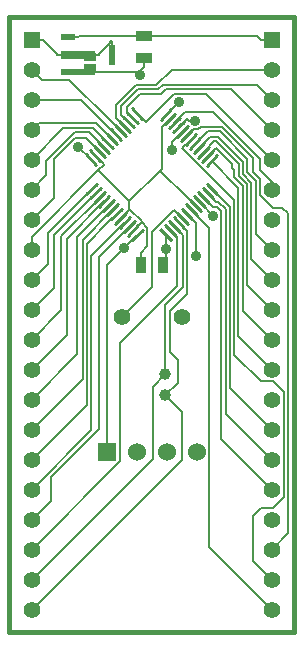
<source format=gtl>
%FSLAX23Y23*%
%MOIN*%
%SFA1B1*%

%IPPOS*%
%ADD11C,0.015000*%
%ADD12R,0.055000X0.055000*%
%ADD13C,0.055000*%
%ADD14R,0.060000X0.060000*%
%ADD15C,0.060000*%
%ADD16C,0.056000*%
%ADD17C,0.039400*%
%ADD18R,0.035000X0.055000*%
%ADD19R,0.055000X0.035000*%
%ADD20C,0.035000*%
%ADD21C,0.008000*%
%ADD32C,0.009800*%
%ADD33R,0.047200X0.020000*%
%ADD34R,0.118100X0.020000*%
%ADD35R,0.118100X0.027600*%
%ADD36R,0.023600X0.070900*%
%ADD37R,0.043300X0.027600*%
%LNarmplatform-1*%
%LPD*%
G54D11*
X639Y380D02*
Y2430D01*
X1589Y380D02*
X639D01*
X1589Y2430D02*
Y380D01*
X639Y2430D02*
X1589D01*
G54D12*
X1514Y2355D03*
G54D13*
X1514Y2255D03*
Y2155D03*
Y2055D03*
Y1955D03*
Y1855D03*
Y1755D03*
Y1655D03*
Y1555D03*
Y1455D03*
Y1355D03*
Y1255D03*
Y1155D03*
Y1055D03*
Y955D03*
Y855D03*
Y755D03*
Y655D03*
Y555D03*
Y455D03*
G54D12*
X714Y2355D03*
G54D13*
X714Y2255D03*
Y2155D03*
Y2055D03*
Y1955D03*
Y1855D03*
Y1755D03*
Y1655D03*
Y1555D03*
Y1455D03*
Y1355D03*
Y1255D03*
Y1155D03*
Y1055D03*
Y955D03*
Y855D03*
Y755D03*
Y655D03*
Y555D03*
Y455D03*
G54D14*
X964Y980D03*
G54D15*
X1064Y980D03*
X1164D03*
X1264D03*
G54D16*
X1014Y1430D03*
X1214D03*
G54D17*
X1158Y1241D03*
Y1170D03*
G54D19*
X1089Y2293D03*
Y2368D03*
G36*
X1179Y1680D02*
X1137Y1722D01*
X1144Y1729*
X1186Y1687*
X1179Y1680*
G37*
G54D32*
X1158Y1736D02*
X1193Y1701D01*
X1172Y1750D02*
X1207Y1715D01*
X1186Y1764D02*
X1221Y1729D01*
X1199Y1778D02*
X1235Y1742D01*
X1213Y1792D02*
X1249Y1756D01*
X1227Y1806D02*
X1263Y1770D01*
X1241Y1820D02*
X1277Y1784D01*
X1255Y1833D02*
X1290Y1798D01*
X1269Y1847D02*
X1304Y1812D01*
X1283Y1861D02*
X1318Y1826D01*
X1297Y1875D02*
X1332Y1840D01*
X1296Y1935D02*
X1331Y1970D01*
X1282Y1948D02*
X1317Y1984D01*
X1268Y1962D02*
X1303Y1998D01*
X1254Y1976D02*
X1289Y2012D01*
X1240Y1990D02*
X1275Y2026D01*
X1226Y2004D02*
X1262Y2040D01*
X1212Y2018D02*
X1248Y2053D01*
X1198Y2032D02*
X1234Y2067D01*
X1184Y2046D02*
X1220Y2081D01*
X1171Y2060D02*
X1206Y2095D01*
X1157Y2074D02*
X1192Y2109D01*
X1143Y2088D02*
X1178Y2123D01*
X1046Y2126D02*
X1082Y2090D01*
X1032Y2112D02*
X1068Y2077D01*
X1018Y2098D02*
X1054Y2063D01*
X1004Y2084D02*
X1040Y2049D01*
X991Y2070D02*
X1026Y2035D01*
X977Y2056D02*
X1012Y2021D01*
X963Y2042D02*
X998Y2007D01*
X949Y2028D02*
X984Y1993D01*
X935Y2015D02*
X970Y1979D01*
X921Y2001D02*
X956Y1965D01*
X907Y1987D02*
X942Y1951D01*
X893Y1973D02*
X929Y1937D01*
X895Y1840D02*
X930Y1875D01*
X909Y1826D02*
X944Y1861D01*
X937Y1798D02*
X972Y1833D01*
X922Y1812D02*
X958Y1847D01*
X951Y1784D02*
X986Y1820D01*
X964Y1770D02*
X1000Y1806D01*
X978Y1756D02*
X1014Y1792D01*
X992Y1742D02*
X1028Y1778D01*
X1006Y1729D02*
X1042Y1764D01*
X1020Y1715D02*
X1056Y1750D01*
X1034Y1701D02*
X1069Y1736D01*
X1048Y1687D02*
X1083Y1722D01*
G54D33*
X833Y2365D03*
G54D34*
X868Y2246D03*
G54D35*
X868Y2305D03*
G54D36*
X982Y2305D03*
G54D37*
X906Y2260D03*
Y2296D03*
G54D18*
X1076Y1605D03*
X1151D03*
G54D20*
X869Y1998D03*
X1317Y1769D03*
X1203Y2147D03*
X1022Y1662D03*
X1074Y2236D03*
X1161Y1659D03*
X1258Y2085D03*
X1182Y1989D03*
X1260Y1634D03*
G54D21*
X964Y1603D02*
X1022Y1662D01*
X1070Y2240D02*
Y2246D01*
X1074Y2236D02*
X1070Y2240D01*
X938Y2246D02*
X1070D01*
X1089Y2265D02*
Y2265D01*
X1070Y2246D02*
X1089Y2265D01*
X1161Y2105D02*
X1160D01*
X1203Y2147D02*
X1161Y2105D01*
X868Y2246D02*
X938D01*
X1089Y2293D02*
Y2265D01*
X964Y980D02*
Y1021D01*
Y1603D01*
X1273Y1813D02*
X1317Y1769D01*
X1273Y1816D02*
Y1813D01*
X911Y1956D02*
X869Y1998D01*
X911Y1955D02*
Y1956D01*
X1065Y1705D02*
X1022Y1662D01*
X1065Y1705D02*
X1065D01*
X1161Y1659D02*
Y1616D01*
X1151Y1605D01*
X1161Y1704D02*
Y1659D01*
X1304Y665D02*
X1514Y455D01*
X1304Y1729D02*
Y665D01*
X1245Y1788D02*
X1304Y1729D01*
X1318Y1798D02*
X1331D01*
X1287Y1830D02*
X1318Y1798D01*
X1331D02*
X1345Y1784D01*
Y1024D01*
X1514Y855D01*
X1301Y1844D02*
X1329Y1815D01*
X1360Y1109D02*
X1514Y955D01*
X1360Y1790D02*
Y1109D01*
X1334Y1815D02*
X1360Y1790D01*
X1329Y1815D02*
X1334D01*
X928Y2078D02*
X980Y2025D01*
X736Y2078D02*
X928D01*
X714Y2055D02*
X736Y2078D01*
X714Y1955D02*
X819Y2061D01*
X917D01*
X967Y2011D01*
X761Y1950D02*
Y1903D01*
X857Y2046D02*
X761Y1950D01*
X903Y2046D02*
X857D01*
X953Y1997D02*
X903Y2046D01*
X761Y1903D02*
X714Y1855D01*
X787Y1956D02*
X858Y2027D01*
X787Y1829D02*
Y1956D01*
X714Y1755D02*
X787Y1829D01*
X858Y2027D02*
X894D01*
X939Y1983D01*
X766Y1711D02*
Y1608D01*
X714Y1555D01*
X913Y1858D02*
X766Y1711D01*
X787Y1529D02*
X714Y1455D01*
X787Y1705D02*
Y1529D01*
X926Y1844D02*
X787Y1705D01*
X1374Y1195D02*
X1514Y1055D01*
X1374Y1798D02*
Y1195D01*
X1315Y1858D02*
X1374Y1798D01*
X1314Y1952D02*
Y1950D01*
X1402Y1862D01*
Y1367D01*
X1514Y1255D01*
X1300Y1966D02*
X1328Y1995D01*
X1417Y1452D02*
X1514Y1355D01*
X1417Y1867D02*
Y1452D01*
X1388Y1896D02*
X1417Y1867D01*
X1388Y1921D02*
Y1896D01*
X1381Y1929D02*
X1388Y1921D01*
X1381Y1942D02*
Y1929D01*
X1328Y1995D02*
X1381Y1942D01*
X1403Y1940D02*
Y1902D01*
X1327Y2016D02*
X1403Y1940D01*
X1322Y2016D02*
X1327D01*
X1286Y1980D02*
X1322Y2016D01*
X1403Y1902D02*
X1431Y1873D01*
Y1538D01*
X1514Y1455D01*
X1445Y1624D02*
X1514Y1555D01*
X1445Y1879D02*
Y1624D01*
X1417Y1908D02*
X1445Y1879D01*
X1417Y1946D02*
Y1908D01*
X1333Y2030D02*
X1417Y1946D01*
X1308Y2030D02*
X1333D01*
X1272Y1994D02*
X1308Y2030D01*
X1460Y1885D02*
Y1709D01*
X1258Y2008D02*
X1300Y2050D01*
X1340D01*
X1432Y1958D01*
Y1913D01*
X1460Y1885D01*
Y1709D02*
X1514Y1655D01*
X1008Y2052D02*
X980Y2081D01*
X839Y2222D02*
X980Y2081D01*
X747Y2222D02*
X839D01*
X714Y2255D02*
X747Y2222D01*
X878Y2155D02*
X714D01*
X994Y2039D02*
X878Y2155D01*
X1554Y832D02*
X1516Y794D01*
X1451Y618D02*
X1514Y555D01*
X1451Y768D02*
Y618D01*
X1478Y794D02*
X1451Y768D01*
X1516Y794D02*
X1478D01*
X1554Y1182D02*
Y832D01*
X1519Y1216D02*
X1554Y1182D01*
X1476Y1216D02*
X1519D01*
X1388Y1820D02*
Y1305D01*
X1215Y1993D02*
X1388Y1820D01*
X1215Y1993D02*
Y1993D01*
X1244Y2022D02*
X1215Y1993D01*
X1388Y1305D02*
X1476Y1216D01*
X1347Y2064D02*
X1450Y1961D01*
Y1915D01*
X1251Y2057D02*
X1269D01*
X1276Y2064D01*
X1474Y1891D02*
Y1837D01*
X1230Y2036D02*
X1251Y2057D01*
X1568Y710D02*
X1514Y655D01*
X1276Y2064D02*
X1347D01*
X1516Y1794D02*
X1549D01*
X1474Y1837D02*
X1516Y1794D01*
X1568Y1776D02*
Y710D01*
X1549Y1794D02*
X1568Y1776D01*
X1450Y1915D02*
X1474Y1891D01*
X1231Y2092D02*
X1238Y2085D01*
X1258D01*
X1202Y2064D02*
X1231Y2092D01*
X1514Y1882D02*
Y1855D01*
X1474Y1922D02*
X1514Y1882D01*
X1474Y1958D02*
Y1922D01*
X1319Y2113D02*
X1474Y1958D01*
X1224Y2113D02*
X1319D01*
X1188Y2078D02*
X1224Y2113D01*
X1294Y2175D02*
X1188D01*
X1064Y2108D02*
X1093Y2080D01*
X1514Y1955D02*
X1294Y2175D01*
X1188D02*
X1093Y2080D01*
X1030Y2114D02*
X1050Y2094D01*
X1030Y2132D02*
Y2114D01*
X1074Y2175D02*
X1030Y2132D01*
X1145Y2175D02*
X1074D01*
X1160Y2190D02*
X1145Y2175D01*
X1379Y2190D02*
X1160D01*
X1514Y2055D02*
X1379Y2190D01*
X1011Y2133D02*
Y2105D01*
X1068Y2190D02*
X1011Y2133D01*
X1514Y2155D02*
X1465Y2204D01*
X1150D02*
X1135Y2190D01*
X1068D01*
X1011Y2105D02*
X1036Y2080D01*
X1465Y2204D02*
X1150D01*
X1022Y2066D02*
X994Y2095D01*
Y2136D02*
Y2095D01*
X1062Y2204D02*
X994Y2136D01*
X1129Y2204D02*
X1062D01*
X1181Y2255D02*
X1129Y2204D01*
X1514Y2255D02*
X1181D01*
X1182Y2015D02*
Y1989D01*
X1216Y2050D02*
X1182Y2015D01*
X812Y1454D02*
Y1701D01*
X714Y1355D02*
X812Y1454D01*
Y1701D02*
X940Y1829D01*
X830Y1692D02*
X954Y1816D01*
X830Y1372D02*
Y1692D01*
X714Y1255D02*
X830Y1372D01*
X714Y1155D02*
X864Y1306D01*
Y1698D01*
X968Y1802D01*
X883Y1688D02*
X982Y1788D01*
X883Y1224D02*
Y1688D01*
X714Y1055D02*
X883Y1224D01*
X996Y1774D02*
X968Y1746D01*
X897Y1139D02*
X714Y955D01*
X897Y1675D02*
Y1139D01*
X968Y1746D02*
X897Y1675D01*
X995Y1718D02*
X911Y1634D01*
X1024Y1746D02*
X995Y1718D01*
X911Y1053D02*
X714Y855D01*
X911Y1634D02*
Y1053D01*
X776Y818D02*
X714Y755D01*
X776Y897D02*
Y818D01*
X937Y1059D02*
X776Y897D01*
X937Y1632D02*
Y1059D01*
X1038Y1732D02*
X937Y1632D01*
X1175Y1718D02*
X1197Y1697D01*
Y1533D01*
X1008Y1344D01*
Y950D01*
X714Y655D01*
X1116Y958D02*
X714Y555D01*
X1116Y1199D02*
Y958D01*
X1158Y1241D02*
X1116Y1199D01*
X1158Y1472D02*
Y1241D01*
X1218Y1531D02*
X1158Y1472D01*
X1218Y1704D02*
Y1531D01*
X1189Y1732D02*
X1218Y1704D01*
X1214Y955D02*
X714Y455D01*
X1173Y1450D02*
X1232Y1509D01*
X1158Y1170D02*
X1200Y1211D01*
X1232Y1509D02*
Y1717D01*
X1200Y1211D02*
Y1288D01*
X1214Y1115D02*
Y955D01*
X1173Y1315D02*
Y1450D01*
X1158Y1170D02*
X1214Y1115D01*
X1232Y1717D02*
X1203Y1746D01*
X1200Y1288D02*
X1173Y1315D01*
X1463Y2368D02*
X1476Y2355D01*
X1099Y1728D02*
X1080Y1747D01*
X1146Y1923D02*
Y2063D01*
X1038Y1816D02*
X1142Y1919D01*
X1230Y1830D01*
X1259Y1802D02*
X1230Y1830D01*
X1076Y1605D02*
Y1643D01*
X1099Y1666D01*
Y1728D01*
X1038Y1789D02*
X1041D01*
X870Y2368D02*
X1089D01*
X1142Y1919D02*
X1146Y1923D01*
X833Y2365D02*
X867D01*
X1174Y2091D02*
X1146Y2063D01*
X1038Y1789D02*
Y1816D01*
X1052Y1719D02*
X1080Y1747D01*
X1010Y1760D02*
X1038Y1789D01*
X925Y1969D02*
X953Y1940D01*
X1514Y2355D02*
X1476D01*
X1089Y2368D02*
X1463D01*
X867Y2365D02*
X870Y2368D01*
X1080Y1750D02*
Y1747D01*
X934Y1920D02*
X953Y1939D01*
Y1940D01*
X1038Y1816D02*
X934Y1920D01*
X714Y1655D02*
Y1699D01*
X934Y1920D01*
X1041Y1789D02*
X1080Y1750D01*
X973Y2349D02*
X975Y2351D01*
X973Y2344D02*
Y2349D01*
X868Y2305D02*
X938D01*
X982D02*
Y2351D01*
X975D02*
X982D01*
X868Y2305D02*
X799D01*
X938D02*
Y2309D01*
X973Y2344D01*
X799Y2308D02*
Y2305D01*
X714Y2355D02*
X751D01*
X799Y2308D01*
X1217Y1760D02*
X1189Y1789D01*
X1014Y1430D02*
X1113Y1530D01*
Y1714D01*
X1188Y1789D01*
X1189D01*
X1231Y1774D02*
X1260Y1745D01*
X1260Y1635D02*
X1260Y1634D01*
X1260Y1745D02*
Y1635D01*
X1260Y1745D02*
X1260Y1745D01*
M02*
</source>
